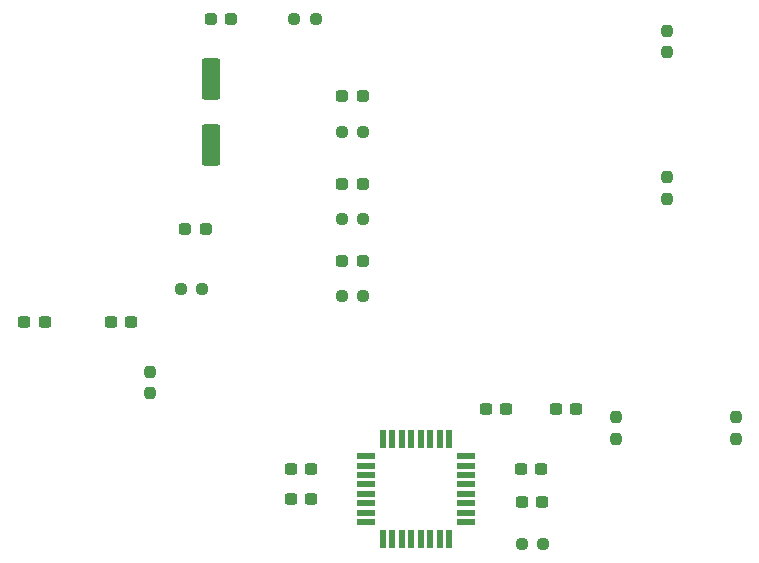
<source format=gbr>
%TF.GenerationSoftware,KiCad,Pcbnew,(6.0.0)*%
%TF.CreationDate,2022-01-26T18:23:26-07:00*%
%TF.ProjectId,PantryLights,50616e74-7279-44c6-9967-6874732e6b69,rev?*%
%TF.SameCoordinates,Original*%
%TF.FileFunction,Paste,Top*%
%TF.FilePolarity,Positive*%
%FSLAX46Y46*%
G04 Gerber Fmt 4.6, Leading zero omitted, Abs format (unit mm)*
G04 Created by KiCad (PCBNEW (6.0.0)) date 2022-01-26 18:23:26*
%MOMM*%
%LPD*%
G01*
G04 APERTURE LIST*
G04 Aperture macros list*
%AMRoundRect*
0 Rectangle with rounded corners*
0 $1 Rounding radius*
0 $2 $3 $4 $5 $6 $7 $8 $9 X,Y pos of 4 corners*
0 Add a 4 corners polygon primitive as box body*
4,1,4,$2,$3,$4,$5,$6,$7,$8,$9,$2,$3,0*
0 Add four circle primitives for the rounded corners*
1,1,$1+$1,$2,$3*
1,1,$1+$1,$4,$5*
1,1,$1+$1,$6,$7*
1,1,$1+$1,$8,$9*
0 Add four rect primitives between the rounded corners*
20,1,$1+$1,$2,$3,$4,$5,0*
20,1,$1+$1,$4,$5,$6,$7,0*
20,1,$1+$1,$6,$7,$8,$9,0*
20,1,$1+$1,$8,$9,$2,$3,0*%
G04 Aperture macros list end*
%ADD10RoundRect,0.237500X-0.237500X0.250000X-0.237500X-0.250000X0.237500X-0.250000X0.237500X0.250000X0*%
%ADD11RoundRect,0.237500X0.300000X0.237500X-0.300000X0.237500X-0.300000X-0.237500X0.300000X-0.237500X0*%
%ADD12RoundRect,0.237500X-0.300000X-0.237500X0.300000X-0.237500X0.300000X0.237500X-0.300000X0.237500X0*%
%ADD13RoundRect,0.237500X0.237500X-0.250000X0.237500X0.250000X-0.237500X0.250000X-0.237500X-0.250000X0*%
%ADD14RoundRect,0.237500X-0.250000X-0.237500X0.250000X-0.237500X0.250000X0.237500X-0.250000X0.237500X0*%
%ADD15RoundRect,0.237500X0.250000X0.237500X-0.250000X0.237500X-0.250000X-0.237500X0.250000X-0.237500X0*%
%ADD16RoundRect,0.237500X0.287500X0.237500X-0.287500X0.237500X-0.287500X-0.237500X0.287500X-0.237500X0*%
%ADD17RoundRect,0.237500X-0.287500X-0.237500X0.287500X-0.237500X0.287500X0.237500X-0.287500X0.237500X0*%
%ADD18RoundRect,0.250000X-0.550000X1.500000X-0.550000X-1.500000X0.550000X-1.500000X0.550000X1.500000X0*%
%ADD19R,1.600000X0.550000*%
%ADD20R,0.550000X1.600000*%
G04 APERTURE END LIST*
D10*
%TO.C,R11*%
X121285000Y-103227500D03*
X121285000Y-105052500D03*
%TD*%
D11*
%TO.C,C9*%
X154532500Y-114300000D03*
X152807500Y-114300000D03*
%TD*%
D12*
%TO.C,C3*%
X112395000Y-99060000D03*
X110670000Y-99060000D03*
%TD*%
D11*
%TO.C,C2*%
X117957500Y-99060000D03*
X119682500Y-99060000D03*
%TD*%
D10*
%TO.C,R2*%
X165100000Y-88610000D03*
X165100000Y-86785000D03*
%TD*%
%TO.C,R1*%
X165100000Y-76200000D03*
X165100000Y-74375000D03*
%TD*%
D13*
%TO.C,R6*%
X160730000Y-107105000D03*
X160730000Y-108930000D03*
%TD*%
D10*
%TO.C,R5*%
X170890000Y-107105000D03*
X170890000Y-108930000D03*
%TD*%
D14*
%TO.C,R10*%
X139344558Y-96854658D03*
X137519558Y-96854658D03*
%TD*%
%TO.C,R9*%
X139342500Y-90335270D03*
X137517500Y-90335270D03*
%TD*%
%TO.C,R8*%
X137545045Y-82980745D03*
X139370045Y-82980745D03*
%TD*%
D15*
%TO.C,R7*%
X125725000Y-96230000D03*
X123900000Y-96230000D03*
%TD*%
D14*
%TO.C,R4*%
X154582500Y-117820000D03*
X152757500Y-117820000D03*
%TD*%
%TO.C,R3*%
X135330000Y-73370000D03*
X133505000Y-73370000D03*
%TD*%
D16*
%TO.C,D5*%
X126045000Y-91150000D03*
X124295000Y-91150000D03*
%TD*%
D17*
%TO.C,D4*%
X137555000Y-79870000D03*
X139305000Y-79870000D03*
%TD*%
%TO.C,D3*%
X139305000Y-87340000D03*
X137555000Y-87340000D03*
%TD*%
%TO.C,D2*%
X139305000Y-93840000D03*
X137555000Y-93840000D03*
%TD*%
D16*
%TO.C,D1*%
X128190000Y-73370000D03*
X126440000Y-73370000D03*
%TD*%
D12*
%TO.C,C5*%
X151432500Y-106390000D03*
X149707500Y-106390000D03*
%TD*%
D11*
%TO.C,C4*%
X155650000Y-106390000D03*
X157375000Y-106390000D03*
%TD*%
D18*
%TO.C,C1*%
X126440000Y-84050000D03*
X126440000Y-78450000D03*
%TD*%
D12*
%TO.C,C8*%
X133197500Y-114010000D03*
X134922500Y-114010000D03*
%TD*%
D11*
%TO.C,C7*%
X134922500Y-111470000D03*
X133197500Y-111470000D03*
%TD*%
D12*
%TO.C,C6*%
X152702500Y-111470000D03*
X154427500Y-111470000D03*
%TD*%
D19*
%TO.C,U1*%
X148062500Y-115980000D03*
X148062500Y-115180000D03*
X148062500Y-114380000D03*
X148062500Y-113580000D03*
X148062500Y-112780000D03*
X148062500Y-111980000D03*
X148062500Y-111180000D03*
X148062500Y-110380000D03*
D20*
X146612500Y-108930000D03*
X145812500Y-108930000D03*
X145012500Y-108930000D03*
X144212500Y-108930000D03*
X143412500Y-108930000D03*
X142612500Y-108930000D03*
X141812500Y-108930000D03*
X141012500Y-108930000D03*
D19*
X139562500Y-110380000D03*
X139562500Y-111180000D03*
X139562500Y-111980000D03*
X139562500Y-112780000D03*
X139562500Y-113580000D03*
X139562500Y-114380000D03*
X139562500Y-115180000D03*
X139562500Y-115980000D03*
D20*
X141012500Y-117430000D03*
X141812500Y-117430000D03*
X142612500Y-117430000D03*
X143412500Y-117430000D03*
X144212500Y-117430000D03*
X145012500Y-117430000D03*
X145812500Y-117430000D03*
X146612500Y-117430000D03*
%TD*%
M02*

</source>
